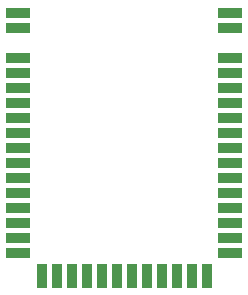
<source format=gtp>
G04 #@! TF.GenerationSoftware,KiCad,Pcbnew,5.0.0-rc2-unknown-c49a439~65~ubuntu18.04.1*
G04 #@! TF.CreationDate,2018-05-29T22:21:52+02:00*
G04 #@! TF.ProjectId,E73_breakout,4537335F627265616B6F75742E6B6963,rev?*
G04 #@! TF.SameCoordinates,Original*
G04 #@! TF.FileFunction,Paste,Top*
G04 #@! TF.FilePolarity,Positive*
%FSLAX46Y46*%
G04 Gerber Fmt 4.6, Leading zero omitted, Abs format (unit mm)*
G04 Created by KiCad (PCBNEW 5.0.0-rc2-unknown-c49a439~65~ubuntu18.04.1) date Tue May 29 22:21:52 2018*
%MOMM*%
%LPD*%
G01*
G04 APERTURE LIST*
%ADD10R,2.100000X0.900000*%
%ADD11R,0.900000X2.100000*%
G04 APERTURE END LIST*
D10*
G04 #@! TO.C,E73-2G4M04S*
X191564578Y-93846702D03*
X191564578Y-95116702D03*
X191564578Y-97656702D03*
X191564578Y-98926702D03*
X191564578Y-100196702D03*
X191564578Y-101466702D03*
X191564578Y-102736702D03*
X191564578Y-104006702D03*
X191564578Y-105276702D03*
X191564578Y-106546702D03*
X191564578Y-107816702D03*
X191564578Y-109086702D03*
X191564578Y-110356702D03*
X191564578Y-111626702D03*
X191564578Y-112896702D03*
X191564578Y-114166702D03*
X209464578Y-114166702D03*
X209464578Y-112896702D03*
X209464578Y-111626702D03*
X209464578Y-110356702D03*
X209464578Y-109086702D03*
X209464578Y-107816702D03*
X209464578Y-106546702D03*
X209464578Y-105276702D03*
X209464578Y-104006702D03*
X209464578Y-102736702D03*
X209464578Y-101466702D03*
X209464578Y-100196702D03*
X209464578Y-98926702D03*
X209464578Y-97656702D03*
X209464578Y-95116702D03*
X209464578Y-93846702D03*
D11*
X193529578Y-116116702D03*
X194799578Y-116116702D03*
X196069578Y-116116702D03*
X197339578Y-116116702D03*
X198609578Y-116116702D03*
X199879578Y-116116702D03*
X201149578Y-116116702D03*
X202419578Y-116116702D03*
X203689578Y-116116702D03*
X204959578Y-116116702D03*
X206229578Y-116116702D03*
X207499578Y-116116702D03*
G04 #@! TD*
M02*

</source>
